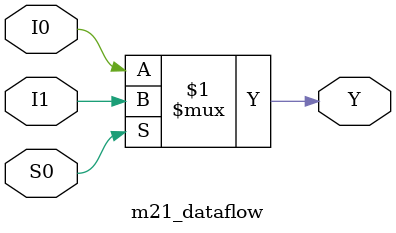
<source format=v>
module m21_dataflow(I0, I1, S0, Y);

	input I0, I1, S0;
	output Y;

	assign Y = S0 ? I1 : I0;

endmodule 

</source>
